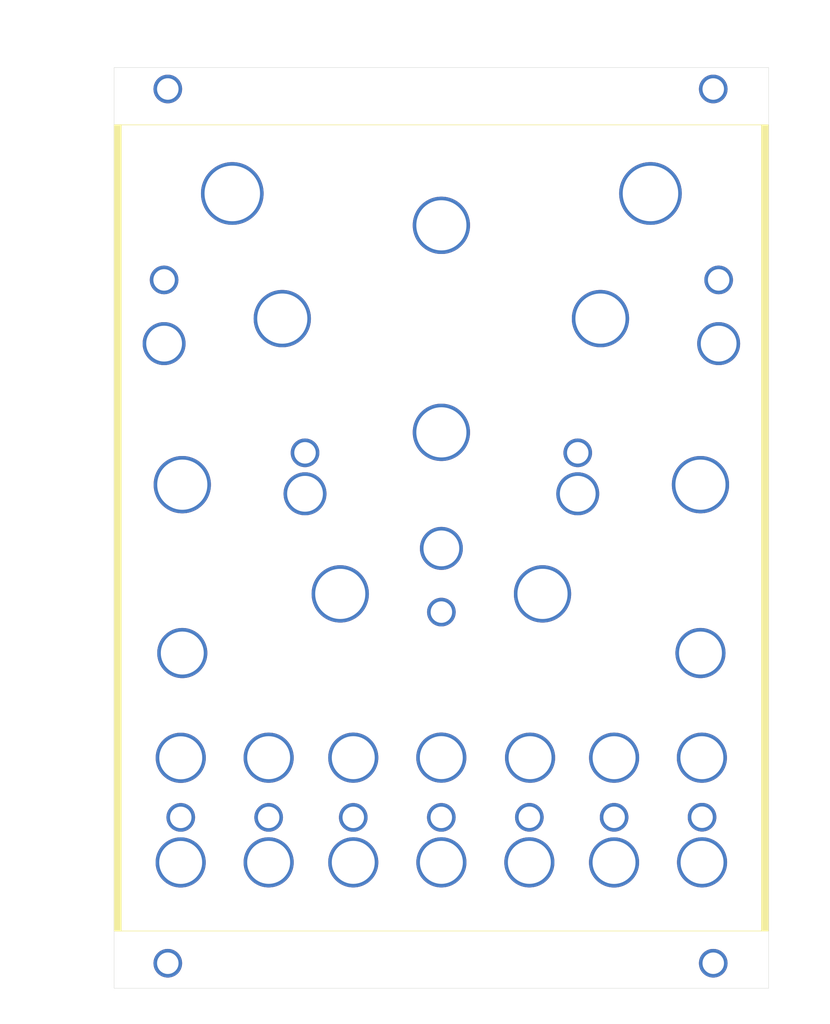
<source format=kicad_pcb>
(kicad_pcb
	(version 20240108)
	(generator "pcbnew")
	(generator_version "8.0")
	(general
		(thickness 1.6)
		(legacy_teardrops no)
	)
	(paper "A4")
	(layers
		(0 "F.Cu" signal "Top")
		(31 "B.Cu" signal "Bottom")
		(32 "B.Adhes" user "B.Adhesive")
		(33 "F.Adhes" user "F.Adhesive")
		(34 "B.Paste" user)
		(35 "F.Paste" user)
		(36 "B.SilkS" user "B.Silkscreen")
		(37 "F.SilkS" user "F.Silkscreen")
		(38 "B.Mask" user)
		(39 "F.Mask" user)
		(40 "Dwgs.User" user "User.Drawings")
		(41 "Cmts.User" user "User.Comments")
		(42 "Eco1.User" user "User.Eco1")
		(43 "Eco2.User" user "User.Eco2")
		(44 "Edge.Cuts" user)
		(45 "Margin" user)
		(46 "B.CrtYd" user "B.Courtyard")
		(47 "F.CrtYd" user "F.Courtyard")
		(48 "B.Fab" user)
		(49 "F.Fab" user)
	)
	(setup
		(pad_to_mask_clearance 0)
		(allow_soldermask_bridges_in_footprints no)
		(grid_origin 77.575 109.13)
		(pcbplotparams
			(layerselection 0x00010fc_ffffffff)
			(plot_on_all_layers_selection 0x0000000_00000000)
			(disableapertmacros no)
			(usegerberextensions no)
			(usegerberattributes yes)
			(usegerberadvancedattributes yes)
			(creategerberjobfile yes)
			(dashed_line_dash_ratio 12.000000)
			(dashed_line_gap_ratio 3.000000)
			(svgprecision 4)
			(plotframeref no)
			(viasonmask no)
			(mode 1)
			(useauxorigin no)
			(hpglpennumber 1)
			(hpglpenspeed 20)
			(hpglpendiameter 15.000000)
			(pdf_front_fp_property_popups yes)
			(pdf_back_fp_property_popups yes)
			(dxfpolygonmode yes)
			(dxfimperialunits yes)
			(dxfusepcbnewfont yes)
			(psnegative no)
			(psa4output no)
			(plotreference yes)
			(plotvalue yes)
			(plotfptext yes)
			(plotinvisibletext no)
			(sketchpadsonfab no)
			(subtractmaskfromsilk no)
			(outputformat 1)
			(mirror no)
			(drillshape 1)
			(scaleselection 1)
			(outputdirectory "")
		)
	)
	(net 0 "")
	(gr_rect
		(start 122.295 41.1325)
		(end 123.295 153.6325)
		(stroke
			(width 0.1)
			(type default)
		)
		(fill solid)
		(layer "F.SilkS")
		(uuid "2db0719a-d13b-4f63-8d65-be6e2c592836")
	)
	(gr_line
		(start 31.855 41.1325)
		(end 122.295 41.1325)
		(stroke
			(width 0.1)
			(type default)
		)
		(layer "F.SilkS")
		(uuid "aa2a79c0-3a36-4ea9-b113-eac6f70fbfb8")
	)
	(gr_rect
		(start 31.855 41.1325)
		(end 32.855 153.6325)
		(stroke
			(width 0.1)
			(type default)
		)
		(fill solid)
		(layer "F.SilkS")
		(uuid "cc51e4b8-5f79-424a-8527-09e42a3c31bd")
	)
	(gr_line
		(start 31.855 153.6325)
		(end 122.295 153.6325)
		(stroke
			(width 0.1)
			(type default)
		)
		(layer "F.SilkS")
		(uuid "e79ef545-783d-414c-a205-e47fa9db9fa4")
	)
	(gr_circle
		(center 99.8 68.1725)
		(end 101.8 68.1725)
		(stroke
			(width 0.15)
			(type default)
		)
		(fill none)
		(layer "Cmts.User")
		(uuid "0915932d-2d77-4ed2-aad4-6a019fcab1b5")
	)
	(gr_circle
		(center 38.84 71.665)
		(end 40.84 71.665)
		(stroke
			(width 0.15)
			(type default)
		)
		(fill none)
		(layer "Cmts.User")
		(uuid "0f60f614-51c6-40be-a2d4-910d567fd567")
	)
	(gr_circle
		(center 77.575 84.0475)
		(end 79.575 84.0475)
		(stroke
			(width 0.15)
			(type default)
		)
		(fill none)
		(layer "Cmts.User")
		(uuid "27f45631-5f96-4ccf-9b8e-8075b23b348a")
	)
	(gr_circle
		(center 113.77 114.845)
		(end 115.77 114.845)
		(stroke
			(width 0.15)
			(type default)
		)
		(fill none)
		(layer "Cmts.User")
		(uuid "2d54245e-9c2b-4239-82e6-1c1167f9f9d6")
	)
	(gr_circle
		(center 116.31 71.665)
		(end 118.31 71.665)
		(stroke
			(width 0.15)
			(type default)
		)
		(fill none)
		(layer "Cmts.User")
		(uuid "36f6bd10-b24c-4e56-b302-c7a69ba24ea1")
	)
	(gr_circle
		(center 116.31 62.775)
		(end 118.31 62.775)
		(stroke
			(width 0.15)
			(type default)
		)
		(fill none)
		(layer "Cmts.User")
		(uuid "41f56312-e494-458a-b1e9-7454f8bef70d")
	)
	(gr_circle
		(center 41.38 114.845)
		(end 43.38 114.845)
		(stroke
			(width 0.15)
			(type default)
		)
		(fill none)
		(layer "Cmts.User")
		(uuid "552b02fc-0605-49a5-8417-0d66bccbfafd")
	)
	(gr_circle
		(center 63.4463 106.59)
		(end 65.4463 106.59)
		(stroke
			(width 0.15)
			(type default)
		)
		(fill none)
		(layer "Cmts.User")
		(uuid "6189c172-cf39-478b-85b1-cf348393e4ce")
	)
	(gr_circle
		(center 77.575 100.24)
		(end 79.575 100.24)
		(stroke
			(width 0.15)
			(type default)
		)
		(fill none)
		(layer "Cmts.User")
		(uuid "7a22b6c9-c64e-46fa-a6df-32a757c5c08d")
	)
	(gr_circle
		(center 113.77 91.35)
		(end 115.77 91.35)
		(stroke
			(width 0.15)
			(type default)
		)
		(fill none)
		(layer "Cmts.User")
		(uuid "7d9e9c00-3ee9-4da9-a01c-f29226c4c5b4")
	)
	(gr_circle
		(center 58.525 92.62)
		(end 60.525 92.62)
		(stroke
			(width 0.15)
			(type default)
		)
		(fill none)
		(layer "Cmts.User")
		(uuid "88f79fb8-ba1b-44cd-9d32-2f6fde29d256")
	)
	(gr_circle
		(center 38.84 62.775)
		(end 40.84 62.775)
		(stroke
			(width 0.15)
			(type default)
		)
		(fill none)
		(layer "Cmts.User")
		(uuid "92c7fbc6-bc57-4658-b71c-efb0d7c00113")
	)
	(gr_circle
		(center 77.575 109.13)
		(end 79.575 109.13)
		(stroke
			(width 0.15)
			(type default)
		)
		(fill none)
		(layer "Cmts.User")
		(uuid "9f2968eb-dda3-4e48-8a82-d45e65f7bd61")
	)
	(gr_line
		(start 33.125 44.36)
		(end 122.025 150.405)
		(stroke
			(width 0.15)
			(type default)
		)
		(layer "Cmts.User")
		(uuid "a1eed8bb-6111-4373-bc24-108275b5d924")
	)
	(gr_circle
		(center 96.625 92.62)
		(end 98.625 92.62)
		(stroke
			(width 0.15)
			(type default)
		)
		(fill none)
		(layer "Cmts.User")
		(uuid "a3bf566b-6f05-41ce-b948-365b7b1af5dc")
	)
	(gr_line
		(start 33.125 150.405)
		(end 122.025 44.36)
		(stroke
			(width 0.15)
			(type default)
		)
		(layer "Cmts.User")
		(uuid "c1e6e887-2d4b-4bec-a7f4-0a0138bdb960")
	)
	(gr_circle
		(center 55.35 68.1725)
		(end 57.35 68.1725)
		(stroke
			(width 0.15)
			(type default)
		)
		(fill none)
		(layer "Cmts.User")
		(uuid "c29b1931-37f6-42ed-ac92-51d54cdcab7e")
	)
	(gr_circle
		(center 96.625 86.905)
		(end 98.625 86.905)
		(stroke
			(width 0.15)
			(type default)
		)
		(fill none)
		(layer "Cmts.User")
		(uuid "c3775562-d1af-422c-8c77-eb36f74670af")
	)
	(gr_line
		(start 31.855 33.1325)
		(end 123.295 161.6325)
		(stroke
			(width 0.15)
			(type default)
		)
		(layer "Cmts.User")
		(uuid "cef45c04-6560-44a0-96dc-c4caaa6c352c")
	)
	(gr_circle
		(center 91.7037 106.59)
		(end 93.7037 106.59)
		(stroke
			(width 0.15)
			(type default)
		)
		(fill none)
		(layer "Cmts.User")
		(uuid "d2320de2-a8a7-4a3c-8127-9e0318367fa4")
	)
	(gr_circle
		(center 106.785 50.71)
		(end 108.785 50.71)
		(stroke
			(width 0.15)
			(type default)
		)
		(fill none)
		(layer "Cmts.User")
		(uuid "d2c5af2f-b4f9-4df6-8ab7-dc199fea58ff")
	)
	(gr_circle
		(center 48.365 50.71)
		(end 50.365 50.71)
		(stroke
			(width 0.15)
			(type default)
		)
		(fill none)
		(layer "Cmts.User")
		(uuid "d755e834-fa9f-49a5-b7f6-d28b6b1f81b5")
	)
	(gr_circle
		(center 58.525 86.905)
		(end 60.525 86.905)
		(stroke
			(width 0.15)
			(type default)
		)
		(fill none)
		(layer "Cmts.User")
		(uuid "dd3f0159-a2e9-4814-a184-6dc867b377c2")
	)
	(gr_circle
		(center 77.575 55.155)
		(end 79.575 55.155)
		(stroke
			(width 0.15)
			(type default)
		)
		(fill none)
		(layer "Cmts.User")
		(uuid "deb44dd3-c7c2-4b48-b0cd-049eeb7a650b")
	)
	(gr_circle
		(center 41.38 91.35)
		(end 43.38 91.35)
		(stroke
			(width 0.15)
			(type default)
		)
		(fill none)
		(layer "Cmts.User")
		(uuid "f8196852-38b6-4a32-b94d-0518c3fbd753")
	)
	(gr_rect
		(start 31.855 33.1325)
		(end 123.295 161.6325)
		(stroke
			(width 0.05)
			(type default)
		)
		(fill none)
		(layer "Edge.Cuts")
		(uuid "741a34f8-b985-40f3-a09d-3870840de9bd")
	)
	(dimension
		(type aligned)
		(layer "Cmts.User")
		(uuid "0621fc8f-5b50-4c13-b9dc-30e17d6c0f35")
		(pts
			(xy 123.295 41.1325) (xy 123.295 33.1325)
		)
		(height 5.27)
		(gr_text "8,0000 mm"
			(at 127.415 37.1325 90)
			(layer "Cmts.User")
			(uuid "0621fc8f-5b50-4c13-b9dc-30e17d6c0f35")
			(effects
				(font
					(size 1 1)
					(thickness 0.15)
				)
			)
		)
		(format
			(prefix "")
			(suffix "")
			(units 3)
			(units_format 1)
			(precision 4)
		)
		(style
			(thickness 0.15)
			(arrow_length 1.27)
			(text_position_mode 0)
			(extension_height 0.58642)
			(extension_offset 0.5) keep_text_aligned)
	)
	(dimension
		(type aligned)
		(layer "Cmts.User")
		(uuid "6ca12112-2c80-4b61-ad9d-2c3762ac784d")
		(pts
			(xy 31.855 161.6325) (xy 39.355 161.6425)
		)
		(height 4.34333)
		(gr_text "7,5000 mm"
			(at 35.600742 164.830827 359.9236057)
			(layer "Cmts.User")
			(uuid "6ca12112-2c80-4b61-ad9d-2c3762ac784d")
			(effects
				(font
					(size 1 1)
					(thickness 0.15)
				)
			)
		)
		(format
			(prefix "")
			(suffix "")
			(units 3)
			(units_format 1)
			(precision 4)
		)
		(style
			(thickness 0.15)
			(arrow_length 1.27)
			(text_position_mode 0)
			(extension_height 0.58642)
			(extension_offset 0.5) keep_text_aligned)
	)
	(dimension
		(type aligned)
		(layer "Cmts.User")
		(uuid "7e811a5d-668b-4626-9c6b-b05d9495f4c4")
		(pts
			(xy 123.295 161.6325) (xy 123.295 153.6325)
		)
		(height 3.47)
		(gr_text "8,0000 mm"
			(at 125.615 157.6325 90)
			(layer "Cmts.User")
			(uuid "7e811a5d-668b-4626-9c6b-b05d9495f4c4")
			(effects
				(font
					(size 1 1)
					(thickness 0.15)
				)
			)
		)
		(format
			(prefix "")
			(suffix "")
			(units 3)
			(units_format 1)
			(precision 4)
		)
		(style
			(thickness 0.15)
			(arrow_length 1.27)
			(text_position_mode 0)
			(extension_height 0.58642)
			(extension_offset 0.5) keep_text_aligned)
	)
	(dimension
		(type aligned)
		(layer "Cmts.User")
		(uuid "8629a4b9-5e1f-43e9-8a8c-25e5cf82061e")
		(pts
			(xy 31.855 41.1325) (xy 123.295 41.1325)
		)
		(height -15.4225)
		(gr_text "91,4400 mm"
			(at 77.575 24.56 0)
			(layer "Cmts.User")
			(uuid "8629a4b9-5e1f-43e9-8a8c-25e5cf82061e")
			(effects
				(font
					(size 1 1)
					(thickness 0.15)
				)
			)
		)
		(format
			(prefix "")
			(suffix "")
			(units 3)
			(units_format 1)
			(precision 4)
		)
		(style
			(thickness 0.15)
			(arrow_length 1.27)
			(text_position_mode 0)
			(extension_height 0.58642)
			(extension_offset 0.5) keep_text_aligned)
	)
	(dimension
		(type aligned)
		(layer "Cmts.User")
		(uuid "88c65215-72a6-40db-b349-49c7cadcc87d")
		(pts
			(xy 31.855 161.6325) (xy 31.855 33.1325)
		)
		(height -9.38)
		(gr_text "128,5000 mm"
			(at 21.325 97.3825 90)
			(layer "Cmts.User")
			(uuid "88c65215-72a6-40db-b349-49c7cadcc87d")
			(effects
				(font
					(size 1 1)
					(thickness 0.15)
				)
			)
		)
		(format
			(prefix "")
			(suffix "")
			(units 3)
			(units_format 1)
			(precision 4)
		)
		(style
			(thickness 0.15)
			(arrow_length 1.27)
			(text_position_mode 0)
			(extension_height 0.58642)
			(extension_offset 0.5) keep_text_aligned)
	)
	(dimension
		(type aligned)
		(layer "Cmts.User")
		(uuid "c7b2f802-88e6-413c-83eb-f5d120a64e7e")
		(pts
			(xy 31.855 153.6325) (xy 31.855 41.1325)
		)
		(height -2.69)
		(gr_text "112,5000 mm"
			(at 28.015 97.3825 90)
			(layer "Cmts.User")
			(uuid "c7b2f802-88e6-413c-83eb-f5d120a64e7e")
			(effects
				(font
					(size 1 1)
					(thickness 0.15)
				)
			)
		)
		(format
			(prefix "")
			(suffix "")
			(units 3)
			(units_format 1)
			(precision 4)
		)
		(style
			(thickness 0.15)
			(arrow_length 1.27)
			(text_position_mode 0)
			(extension_height 0.58642)
			(extension_offset 0.5) keep_text_aligned)
	)
	(via
		(at 77.565 137.7789)
		(size 4)
		(drill 3)
		(layers "F.Cu" "B.Cu")
		(net 0)
		(uuid "0155b194-42f4-445f-b720-bacd28eeaeaf")
	)
	(via
		(at 116.31 71.665)
		(size 6)
		(drill 5)
		(layers "F.Cu" "B.Cu")
		(net 0)
		(uuid "01bd0927-3ab0-448a-9949-4c6cc1a8e56a")
	)
	(via
		(at 65.265735 129.446436)
		(size 7)
		(drill 6)
		(layers "F.Cu" "B.Cu")
		(free yes)
		(net 0)
		(uuid "03afa300-c906-4034-8f98-83d438a52275")
	)
	(via
		(at 58.525 86.905)
		(size 4)
		(drill 3)
		(layers "F.Cu" "B.Cu")
		(net 0)
		(uuid "057c3360-d72d-40d1-ae98-6537c6e3db05")
	)
	(via
		(at 39.355 36.1325)
		(size 4)
		(drill 3)
		(layers "F.Cu" "B.Cu")
		(net 0)
		(uuid "08a08435-d9b6-4c4c-85c7-69003ad50c4c")
	)
	(via
		(at 101.705 129.45)
		(size 7)
		(drill 6)
		(layers "F.Cu" "B.Cu")
		(free yes)
		(net 0)
		(uuid "0bc63913-4451-42af-be2b-f34411e89cf2")
	)
	(via
		(at 89.965 129.45)
		(size 7)
		(drill 6)
		(layers "F.Cu" "B.Cu")
		(free yes)
		(net 0)
		(uuid "0ca16843-952f-4c81-8b57-9bcf02057ec4")
	)
	(via
		(at 48.365 50.71)
		(size 8.75)
		(drill 7.75)
		(layers "F.Cu" "B.Cu")
		(free yes)
		(net 0)
		(uuid "16758d4d-d935-4f9c-848e-12a22dfbdd68")
	)
	(via
		(at 77.565 129.44)
		(size 7)
		(drill 6)
		(layers "F.Cu" "B.Cu")
		(free yes)
		(net 0)
		(uuid "19210927-da7e-4af5-9acc-17870a7659fa")
	)
	(via
		(at 38.84 71.665)
		(size 6)
		(drill 5)
		(layers "F.Cu" "B.Cu")
		(net 0)
		(uuid "1a065f2d-247d-45ec-9533-36d50e79eefb")
	)
	(via
		(at 113.99195 137.755)
		(size 4)
		(drill 3)
		(layers "F.Cu" "B.Cu")
		(net 0)
		(uuid "29205177-3008-4057-9f7b-6b7478286047")
	)
	(via
		(at 41.38 114.845)
		(size 7)
		(drill 6)
		(layers "F.Cu" "B.Cu")
		(free yes)
		(net 0)
		(uuid "2aff9fd9-0f1d-47e1-a13d-901e4c109203")
	)
	(via
		(at 77.575 109.13)
		(size 4)
		(drill 3)
		(layers "F.Cu" "B.Cu")
		(net 0)
		(uuid "35c92159-7372-429c-8c9d-b0476b113202")
	)
	(via
		(at 58.525 92.62)
		(size 6)
		(drill 5)
		(layers "F.Cu" "B.Cu")
		(net 0)
		(uuid "3d1c47f7-ac6a-4c00-8597-7667fc95383c")
	)
	(via
		(at 39.355 158.1325)
		(size 4)
		(drill 3)
		(layers "F.Cu" "B.Cu")
		(net 0)
		(uuid "43047dac-5dde-4faf-93b9-0e9bd8e38944")
	)
	(via
		(at 101.695 144.065)
		(size 7)
		(drill 6)
		(layers "F.Cu" "B.Cu")
		(free yes)
		(net 0)
		(uuid "4b39be16-dc03-4482-92d5-1ecfb590e4a3")
	)
	(via
		(at 113.99195 144.055)
		(size 7)
		(drill 6)
		(layers "F.Cu" "B.Cu")
		(free yes)
		(net 0)
		(uuid "50a7fdb6-44dc-48d2-af21-10f7abbf11fc")
	)
	(via
		(at 106.785 50.71)
		(size 8.75)
		(drill 7.75)
		(layers "F.Cu" "B.Cu")
		(free yes)
		(net 0)
		(uuid "530980e8-a615-4897-85b2-245b83a5f7b0")
	)
	(via
		(at 65.265 137.7789)
		(size 4)
		(drill 3)
		(layers "F.Cu" "B.Cu")
		(net 0)
		(uuid "58e5e158-2744-4a99-a457-974d80aeb4b7")
	)
	(via
		(at 77.575 55.155)
		(size 8)
		(drill 7)
		(layers "F.Cu" "B.Cu")
		(free yes)
		(net 0)
		(uuid "5b305446-f37c-4018-9f7a-d7e6455bc37c")
	)
	(via
		(at 115.555 36.1325)
		(size 4)
		(drill 3)
		(layers "F.Cu" "B.Cu")
		(net 0)
		(uuid "6802fd04-1e00-4660-832c-95c963c21a6e")
	)
	(via
		(at 113.77 114.845)
		(size 7)
		(drill 6)
		(layers "F.Cu" "B.Cu")
		(free yes)
		(net 0)
		(uuid "79e59ab4-a017-4cd0-bae2-0837e9ab4fe0")
	)
	(via
		(at 41.38 91.35)
		(size 8)
		(drill 7)
		(layers "F.Cu" "B.Cu")
		(free yes)
		(net 0)
		(uuid "7b27f020-8934-4a58-8661-8b6949d8a927")
	)
	(via
		(at 96.625 86.905)
		(size 4)
		(drill 3)
		(layers "F.Cu" "B.Cu")
		(net 0)
		(uuid "7e24fac2-bafc-4783-aa65-0cc58296717b")
	)
	(via
		(at 99.8 68.1725)
		(size 8)
		(drill 7)
		(layers "F.Cu" "B.Cu")
		(free yes)
		(net 0)
		(uuid "7e7b7622-3e30-43de-b869-2c5f30bb0441")
	)
	(via
		(at 53.445 144.055)
		(size 7)
		(drill 6)
		(layers "F.Cu" "B.Cu")
		(free yes)
		(net 0)
		(uuid "888a61c5-d86e-4456-870e-1b69f453548b")
	)
	(via
		(at 113.965 129.45)
		(size 7)
		(drill 6)
		(layers "F.Cu" "B.Cu")
		(free yes)
		(net 0)
		(uuid "8abda22b-a2b9-466f-8126-f160b13ae6ff")
	)
	(via
		(at 77.575 100.24)
		(size 6)
		(drill 5)
		(layers "F.Cu" "B.Cu")
		(net 0)
		(uuid "8b4d0bcd-0a4c-447b-a21f-0b1360e3bbfc")
	)
	(via
		(at 53.445 137.7789)
		(size 4)
		(drill 3)
		(layers "F.Cu" "B.Cu")
		(net 0)
		(uuid "8ce7d5a1-1200-43bb-ba6c-19586526d484")
	)
	(via
		(at 116.31 62.775)
		(size 4)
		(drill 3)
		(layers "F.Cu" "B.Cu")
		(net 0)
		(uuid "97181136-2a75-4bea-9bb1-8d6f0a861844")
	)
	(via
		(at 41.165 129.465)
		(size 7)
		(drill 6)
		(layers "F.Cu" "B.Cu")
		(free yes)
		(net 0)
		(uuid "a5433d3d-718c-4cfa-b268-262e986323d4")
	)
	(via
		(at 77.575 144.055)
		(size 7)
		(drill 6)
		(layers "F.Cu" "B.Cu")
		(free yes)
		(net 0)
		(uuid "abc6d2e7-aa58-4b44-b6c6-fdc36bd10418")
	)
	(via
		(at 101.706357 137.76851)
		(size 4)
		(drill 3)
		(layers "F.Cu" "B.Cu")
		(net 0)
		(uuid "b324c99c-58af-4c8d-b4f7-0f92e526f532")
	)
	(via
		(at 63.4463 106.59)
		(size 8)
		(drill 7)
		(layers "F.Cu" "B.Cu")
		(free yes)
		(net 0)
		(uuid "b47b30df-1002-410f-bda4-e4f3738f6963")
	)
	(via
		(at 38.84 62.775)
		(size 4)
		(drill 3)
		(layers "F.Cu" "B.Cu")
		(net 0)
		(uuid "c0f5eb42-b5b9-4e68-bcca-8a6c6e28c242")
	)
	(via
		(at 41.155 144.065)
		(size 7)
		(drill 6)
		(layers "F.Cu" "B.Cu")
		(free yes)
		(net 0)
		(uuid "c258a0cd-53c3-43ff-b027-11ef00224ced")
	)
	(via
		(at 91.7037 106.59)
		(size 8)
		(drill 7)
		(layers "F.Cu" "B.Cu")
		(free yes)
		(net 0)
		(uuid "d02414ca-1d78-46f8-95e9-526563e08522")
	)
	(via
		(at 89.865 144.055)
		(size 7)
		(drill 6)
		(layers "F.Cu" "B.Cu")
		(free yes)
		(net 0)
		(uuid "d6208c01-b3c5-49c8-a283-46bc7d00227b")
	)
	(via
		(at 113.77 91.35)
		(size 8)
		(drill 7)
		(layers "F.Cu" "B.Cu")
		(free yes)
		(net 0)
		(uuid "dbfc7ea2-74d7-49e0-ad35-ab47569f0f59")
	)
	(via
		(at 55.35 68.1725)
		(size 8)
		(drill 7)
		(layers "F.Cu" "B.Cu")
		(free yes)
		(net 0)
		(uuid "e05cb2bf-9be0-4622-8b83-d8d1502f6f9f")
	)
	(via
		(at 65.265 144.055)
		(size 7)
		(drill 6)
		(layers "F.Cu" "B.Cu")
		(free yes)
		(net 0)
		(uuid "e2071499-fe98-447f-b406-61f804513d9f")
	)
	(via
		(at 115.555 158.1325)
		(size 4)
		(drill 3)
		(layers "F.Cu" "B.Cu")
		(net 0)
		(uuid "e5ac3315-0c79-4105-a54a-894a32731edf")
	)
	(via
		(at 77.575 84.0475)
		(size 8)
		(drill 7)
		(layers "F.Cu" "B.Cu")
		(free yes)
		(net 0)
		(uuid "ecbf2da1-bed3-4ee5-b737-b9f305d25318")
	)
	(via
		(at 89.865 137.765)
		(size 4)
		(drill 3)
		(layers "F.Cu" "B.Cu")
		(net 0)
		(uuid "f153a14e-1a51-4f67-9e84-2d657d1e610f")
	)
	(via
		(at 96.625 92.62)
		(size 6)
		(drill 5)
		(layers "F.Cu" "B.Cu")
		(net 0)
		(uuid "f5c18bb7-9f2f-4610-af4c-055bb3b1bb09")
	)
	(via
		(at 41.165 137.7789)
		(size 4)
		(drill 3)
		(layers "F.Cu" "B.Cu")
		(net 0)
		(uuid "f8b59aa2-6757-48b3-a8b6-fc61bf1c528c")
	)
	(via
		(at 53.445 129.45)
		(size 7)
		(drill 6)
		(layers "F.Cu" "B.Cu")
		(free yes)
		(net 0)
		(uuid "fba4672a-a427-468e-ac28-c58d6f496bba")
	)
)

</source>
